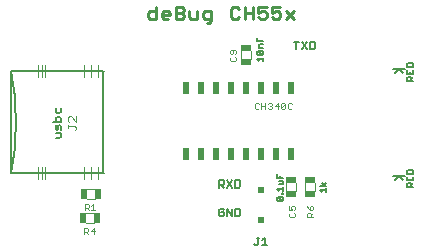
<source format=gto>
G75*
%MOIN*%
%OFA0B0*%
%FSLAX24Y24*%
%IPPOS*%
%LPD*%
%AMOC8*
5,1,8,0,0,1.08239X$1,22.5*
%
%ADD10C,0.0050*%
%ADD11C,0.0100*%
%ADD12C,0.0040*%
%ADD13R,0.0197X0.0374*%
%ADD14R,0.0374X0.0197*%
%ADD15R,0.0200X0.0405*%
%ADD16R,0.0200X0.0425*%
%ADD17R,0.0200X0.0400*%
%ADD18C,0.0004*%
%ADD19C,0.0060*%
%ADD20C,0.0020*%
%ADD21R,0.0200X0.0200*%
D10*
X014442Y014100D02*
X014484Y014058D01*
X014568Y014058D01*
X014609Y014100D01*
X014609Y014183D01*
X014526Y014183D01*
X014442Y014267D02*
X014442Y014100D01*
X014442Y014267D02*
X014484Y014309D01*
X014568Y014309D01*
X014609Y014267D01*
X014719Y014309D02*
X014886Y014058D01*
X014886Y014309D01*
X014995Y014309D02*
X015120Y014309D01*
X015162Y014267D01*
X015162Y014100D01*
X015120Y014058D01*
X014995Y014058D01*
X014995Y014309D01*
X014719Y014309D02*
X014719Y014058D01*
X014719Y015008D02*
X014886Y015259D01*
X014995Y015259D02*
X015120Y015259D01*
X015162Y015217D01*
X015162Y015050D01*
X015120Y015008D01*
X014995Y015008D01*
X014995Y015259D01*
X014886Y015008D02*
X014719Y015259D01*
X014609Y015217D02*
X014568Y015259D01*
X014442Y015259D01*
X014442Y015008D01*
X014442Y015092D02*
X014568Y015092D01*
X014609Y015133D01*
X014609Y015217D01*
X014526Y015092D02*
X014609Y015008D01*
X016381Y014956D02*
X016571Y014956D01*
X016571Y014893D02*
X016571Y015019D01*
X016539Y015114D02*
X016571Y015145D01*
X016571Y015240D01*
X016444Y015240D01*
X016476Y015335D02*
X016476Y015398D01*
X016381Y015335D02*
X016381Y015461D01*
X016381Y015335D02*
X016571Y015335D01*
X016539Y015114D02*
X016444Y015114D01*
X016381Y014956D02*
X016444Y014893D01*
X016539Y014814D02*
X016571Y014814D01*
X016571Y014782D01*
X016539Y014782D01*
X016539Y014814D01*
X016539Y014688D02*
X016571Y014656D01*
X016571Y014593D01*
X016539Y014561D01*
X016413Y014688D01*
X016539Y014688D01*
X016413Y014688D02*
X016381Y014656D01*
X016381Y014593D01*
X016413Y014561D01*
X016539Y014561D01*
X017821Y014919D02*
X018011Y014919D01*
X018011Y014856D02*
X018011Y014983D01*
X018011Y015077D02*
X017821Y015077D01*
X017884Y015172D02*
X017948Y015077D01*
X018011Y015172D01*
X017821Y014919D02*
X017884Y014856D01*
X015981Y013339D02*
X015981Y013088D01*
X016064Y013088D02*
X015897Y013088D01*
X015746Y013130D02*
X015746Y013339D01*
X015705Y013339D02*
X015788Y013339D01*
X015897Y013255D02*
X015981Y013339D01*
X015746Y013130D02*
X015705Y013088D01*
X015663Y013088D01*
X015621Y013130D01*
X020259Y015396D02*
X020446Y015396D01*
X020571Y015271D01*
X020634Y015396D02*
X020446Y015396D01*
X020321Y015271D01*
X020721Y015248D02*
X020911Y015248D01*
X020911Y015375D01*
X020911Y015469D02*
X020911Y015564D01*
X020879Y015596D01*
X020753Y015596D01*
X020721Y015564D01*
X020721Y015469D01*
X020911Y015469D01*
X020816Y015311D02*
X020816Y015248D01*
X020816Y015154D02*
X020848Y015122D01*
X020848Y015027D01*
X020911Y015027D02*
X020721Y015027D01*
X020721Y015122D01*
X020753Y015154D01*
X020816Y015154D01*
X020848Y015090D02*
X020911Y015154D01*
X020721Y015248D02*
X020721Y015375D01*
X020721Y018577D02*
X020721Y018672D01*
X020753Y018704D01*
X020816Y018704D01*
X020848Y018672D01*
X020848Y018577D01*
X020911Y018577D02*
X020721Y018577D01*
X020848Y018640D02*
X020911Y018704D01*
X020911Y018798D02*
X020911Y018925D01*
X020911Y019019D02*
X020911Y019114D01*
X020879Y019146D01*
X020753Y019146D01*
X020721Y019114D01*
X020721Y019019D01*
X020911Y019019D01*
X020816Y018861D02*
X020816Y018798D01*
X020721Y018798D02*
X020911Y018798D01*
X020721Y018798D02*
X020721Y018925D01*
X020634Y018946D02*
X020446Y018946D01*
X020571Y018821D01*
X020446Y018946D02*
X020259Y018946D01*
X020321Y018821D02*
X020446Y018946D01*
X017660Y019660D02*
X017660Y019827D01*
X017619Y019869D01*
X017494Y019869D01*
X017494Y019618D01*
X017619Y019618D01*
X017660Y019660D01*
X017384Y019618D02*
X017217Y019869D01*
X017108Y019869D02*
X016941Y019869D01*
X017025Y019869D02*
X017025Y019618D01*
X017217Y019618D02*
X017384Y019869D01*
X015911Y019879D02*
X015721Y019879D01*
X015721Y020006D01*
X015816Y019943D02*
X015816Y019879D01*
X015816Y019785D02*
X015911Y019785D01*
X015816Y019785D02*
X015784Y019753D01*
X015784Y019658D01*
X015911Y019658D01*
X015879Y019564D02*
X015911Y019532D01*
X015911Y019469D01*
X015879Y019437D01*
X015753Y019564D01*
X015879Y019564D01*
X015753Y019564D02*
X015721Y019532D01*
X015721Y019469D01*
X015753Y019437D01*
X015879Y019437D01*
X015911Y019343D02*
X015911Y019216D01*
X015911Y019280D02*
X015721Y019280D01*
X015784Y019216D01*
X009171Y017651D02*
X009171Y017526D01*
X009129Y017485D01*
X009046Y017485D01*
X009004Y017526D01*
X009004Y017651D01*
X009046Y017375D02*
X009004Y017333D01*
X009004Y017208D01*
X008921Y017208D02*
X009171Y017208D01*
X009171Y017333D01*
X009129Y017375D01*
X009046Y017375D01*
X009004Y017099D02*
X009004Y016974D01*
X009046Y016932D01*
X009088Y016974D01*
X009088Y017057D01*
X009129Y017099D01*
X009171Y017057D01*
X009171Y016932D01*
X009171Y016823D02*
X009004Y016823D01*
X009004Y016656D02*
X009129Y016656D01*
X009171Y016698D01*
X009171Y016823D01*
D11*
X012149Y020633D02*
X012082Y020700D01*
X012082Y020834D01*
X012149Y020900D01*
X012349Y020900D01*
X012349Y021034D02*
X012349Y020633D01*
X012149Y020633D01*
X012542Y020700D02*
X012542Y020834D01*
X012609Y020900D01*
X012742Y020900D01*
X012809Y020834D01*
X012809Y020767D01*
X012542Y020767D01*
X012542Y020700D02*
X012609Y020633D01*
X012742Y020633D01*
X013003Y020633D02*
X013003Y021034D01*
X013203Y021034D01*
X013270Y020967D01*
X013270Y020900D01*
X013203Y020834D01*
X013003Y020834D01*
X013203Y020834D02*
X013270Y020767D01*
X013270Y020700D01*
X013203Y020633D01*
X013003Y020633D01*
X013463Y020700D02*
X013530Y020633D01*
X013730Y020633D01*
X013730Y020900D01*
X013923Y020834D02*
X013923Y020700D01*
X013990Y020633D01*
X014190Y020633D01*
X014190Y020567D02*
X014190Y020900D01*
X013990Y020900D01*
X013923Y020834D01*
X014190Y020567D02*
X014124Y020500D01*
X014057Y020500D01*
X013463Y020700D02*
X013463Y020900D01*
X014844Y020967D02*
X014844Y020700D01*
X014911Y020633D01*
X015044Y020633D01*
X015111Y020700D01*
X015305Y020633D02*
X015305Y021034D01*
X015305Y020834D02*
X015571Y020834D01*
X015765Y020834D02*
X015898Y020900D01*
X015965Y020900D01*
X016032Y020834D01*
X016032Y020700D01*
X015965Y020633D01*
X015832Y020633D01*
X015765Y020700D01*
X015765Y020834D02*
X015765Y021034D01*
X016032Y021034D01*
X016225Y021034D02*
X016225Y020834D01*
X016359Y020900D01*
X016426Y020900D01*
X016492Y020834D01*
X016492Y020700D01*
X016426Y020633D01*
X016292Y020633D01*
X016225Y020700D01*
X016225Y021034D02*
X016492Y021034D01*
X016686Y020900D02*
X016953Y020633D01*
X016686Y020633D02*
X016953Y020900D01*
X015571Y021034D02*
X015571Y020633D01*
X015111Y020967D02*
X015044Y021034D01*
X014911Y021034D01*
X014844Y020967D01*
D12*
X009955Y013664D02*
X009955Y013463D01*
X009955Y013530D02*
X010055Y013530D01*
X010089Y013563D01*
X010089Y013630D01*
X010055Y013664D01*
X009955Y013664D01*
X010022Y013530D02*
X010089Y013463D01*
X010176Y013563D02*
X010310Y013563D01*
X010276Y013463D02*
X010276Y013664D01*
X010176Y013563D01*
X010296Y013813D02*
X010016Y013813D01*
X010016Y014148D02*
X010296Y014148D01*
X010263Y014263D02*
X010263Y014464D01*
X010196Y014397D01*
X010109Y014430D02*
X010109Y014363D01*
X010075Y014330D01*
X009975Y014330D01*
X009975Y014263D02*
X009975Y014464D01*
X010075Y014464D01*
X010109Y014430D01*
X010042Y014330D02*
X010109Y014263D01*
X010196Y014263D02*
X010330Y014263D01*
X010316Y014613D02*
X010036Y014613D01*
X010036Y014948D02*
X010316Y014948D01*
X014826Y019266D02*
X014859Y019232D01*
X014993Y019232D01*
X015026Y019266D01*
X015026Y019332D01*
X014993Y019366D01*
X014993Y019453D02*
X015026Y019487D01*
X015026Y019553D01*
X014993Y019587D01*
X014859Y019587D01*
X014826Y019553D01*
X014826Y019487D01*
X014859Y019453D01*
X014893Y019453D01*
X014926Y019487D01*
X014926Y019587D01*
X014859Y019366D02*
X014826Y019332D01*
X014826Y019266D01*
X015176Y019293D02*
X015176Y019573D01*
X015511Y019573D02*
X015511Y019293D01*
X015674Y017814D02*
X015640Y017780D01*
X015640Y017647D01*
X015674Y017613D01*
X015740Y017613D01*
X015774Y017647D01*
X015861Y017613D02*
X015861Y017814D01*
X015774Y017780D02*
X015740Y017814D01*
X015674Y017814D01*
X015861Y017713D02*
X015995Y017713D01*
X015995Y017613D02*
X015995Y017814D01*
X016082Y017780D02*
X016116Y017814D01*
X016182Y017814D01*
X016216Y017780D01*
X016216Y017747D01*
X016182Y017713D01*
X016216Y017680D01*
X016216Y017647D01*
X016182Y017613D01*
X016116Y017613D01*
X016082Y017647D01*
X016149Y017713D02*
X016182Y017713D01*
X016303Y017713D02*
X016437Y017713D01*
X016403Y017613D02*
X016403Y017814D01*
X016303Y017713D01*
X016524Y017647D02*
X016558Y017613D01*
X016624Y017613D01*
X016658Y017647D01*
X016658Y017780D01*
X016524Y017647D01*
X016524Y017780D01*
X016558Y017814D01*
X016624Y017814D01*
X016658Y017780D01*
X016745Y017780D02*
X016745Y017647D01*
X016779Y017613D01*
X016845Y017613D01*
X016879Y017647D01*
X016879Y017780D02*
X016845Y017814D01*
X016779Y017814D01*
X016745Y017780D01*
X016681Y015173D02*
X016681Y014893D01*
X017016Y014893D02*
X017016Y015173D01*
X017326Y015173D02*
X017326Y014893D01*
X017661Y014893D02*
X017661Y015173D01*
X017543Y014387D02*
X017509Y014387D01*
X017476Y014353D01*
X017476Y014253D01*
X017543Y014253D01*
X017576Y014287D01*
X017576Y014353D01*
X017543Y014387D01*
X017409Y014320D02*
X017476Y014253D01*
X017476Y014166D02*
X017409Y014166D01*
X017376Y014132D01*
X017376Y014032D01*
X017576Y014032D01*
X017509Y014032D02*
X017509Y014132D01*
X017476Y014166D01*
X017509Y014099D02*
X017576Y014166D01*
X017409Y014320D02*
X017376Y014387D01*
X016966Y014353D02*
X016966Y014287D01*
X016933Y014253D01*
X016866Y014253D02*
X016833Y014320D01*
X016833Y014353D01*
X016866Y014387D01*
X016933Y014387D01*
X016966Y014353D01*
X016866Y014253D02*
X016766Y014253D01*
X016766Y014387D01*
X016799Y014166D02*
X016766Y014132D01*
X016766Y014066D01*
X016799Y014032D01*
X016933Y014032D01*
X016966Y014066D01*
X016966Y014132D01*
X016933Y014166D01*
D13*
X010388Y013981D03*
X009928Y013981D03*
X009948Y014781D03*
X010408Y014781D03*
D14*
X015344Y019202D03*
X015344Y019662D03*
X016848Y015265D03*
X016848Y014805D03*
X017494Y014802D03*
X017494Y015262D03*
D15*
X016846Y018331D03*
X016346Y018331D03*
X015846Y018331D03*
X015346Y018331D03*
X014846Y018331D03*
X014346Y018331D03*
X013846Y018331D03*
X013346Y018331D03*
D16*
X016846Y016121D03*
D17*
X016346Y016133D03*
X015846Y016133D03*
X015346Y016133D03*
X014846Y016133D03*
X014346Y016133D03*
X013846Y016133D03*
X013346Y016133D03*
D18*
X010599Y015483D02*
X010595Y015483D01*
X009773Y015483D01*
X009950Y015679D02*
X009950Y015286D01*
X010186Y015286D02*
X010186Y015679D01*
X010422Y015679D02*
X010422Y015286D01*
X008855Y015483D02*
X008225Y015483D01*
X008422Y015679D02*
X008422Y015286D01*
X008540Y015286D02*
X008540Y015679D01*
X008658Y015679D02*
X008658Y015286D01*
X008658Y018687D02*
X008658Y019081D01*
X008540Y019081D02*
X008540Y018687D01*
X008422Y018687D02*
X008422Y019081D01*
X008225Y018884D02*
X008855Y018884D01*
X009773Y018884D02*
X010595Y018884D01*
X010599Y018884D01*
X010422Y019081D02*
X010422Y018687D01*
X010186Y018687D02*
X010186Y019081D01*
X009950Y019081D02*
X009950Y018687D01*
D19*
X010595Y018884D02*
X010595Y015483D01*
X007517Y015483D01*
X007517Y018884D01*
X010595Y018884D01*
X007515Y018884D02*
X007552Y018673D01*
X007584Y018462D01*
X007611Y018250D01*
X007633Y018037D01*
X007651Y017824D01*
X007663Y017610D01*
X007671Y017397D01*
X007673Y017183D01*
X007671Y016969D01*
X007663Y016756D01*
X007651Y016542D01*
X007633Y016329D01*
X007611Y016116D01*
X007584Y015904D01*
X007552Y015693D01*
X007515Y015482D01*
D20*
X009406Y017011D02*
X009406Y017104D01*
X009406Y017057D02*
X009639Y017057D01*
X009686Y017011D01*
X009686Y016964D01*
X009639Y016917D01*
X009686Y017193D02*
X009499Y017380D01*
X009453Y017380D01*
X009406Y017333D01*
X009406Y017240D01*
X009453Y017193D01*
X009686Y017193D02*
X009686Y017380D01*
D21*
X015846Y014933D03*
X015846Y013933D03*
M02*

</source>
